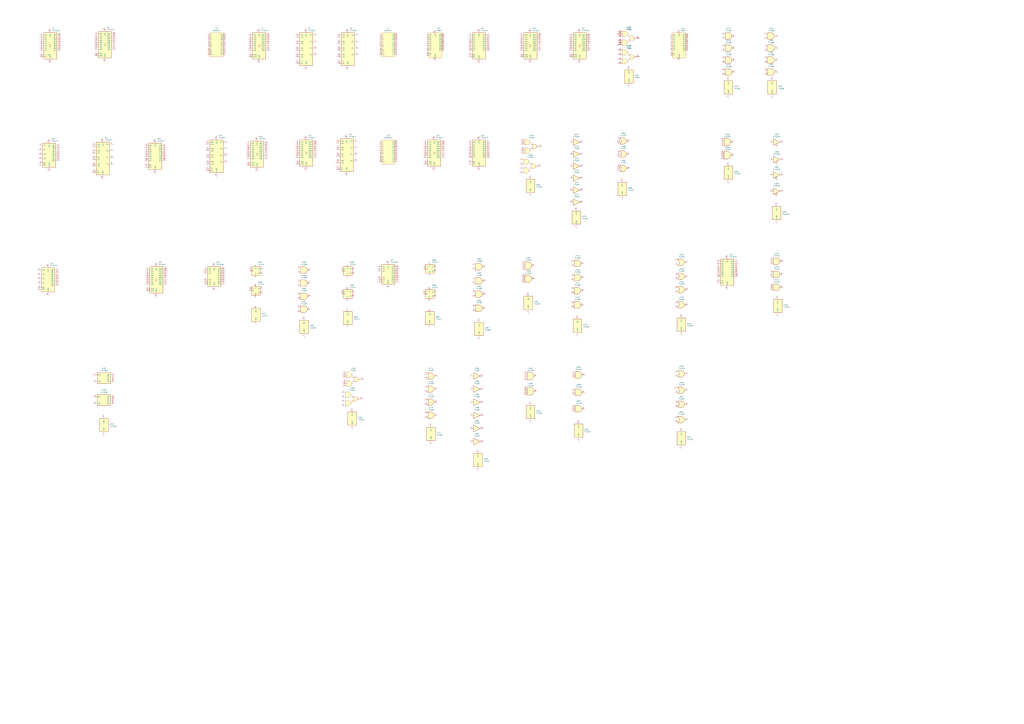
<source format=kicad_sch>
(kicad_sch (version 20230121) (generator eeschema)
  (paper "A0")
  (symbol (lib_id "74xx:74LS00") (at 670.56 306.07 0) (unit 1)
    (property "Reference" "U41" (at 670.5517 297.18 0))
    (property "Value" "74LS00" (at 670.5517 299.72 0))
    (property "Datasheet" "http://www.ti.com/lit/gpn/sn74ls00" (effects hide))
  )
  (symbol (lib_id "74xx:74LS00") (at 353.06 328.93 0) (unit 2)
    (property "Reference" "U35" (at 353.0517 320.04 0))
    (property "Value" "74LS00" (at 353.0517 322.58 0))
    (property "Datasheet" "http://www.ti.com/lit/gpn/sn74ls00" (effects hide))
  )
  (symbol (lib_id "74xx:74LS125") (at 901.7 185.42 0) (unit 2)
    (property "Reference" "U30" (at 901.7 176.53 0))
    (property "Value" "74LS125" (at 901.7 179.07 0))
    (property "Datasheet" "http://www.ti.com/lit/gpn/sn74LS125" (effects hide))
  )
  (symbol (lib_id "custom:8287") (at 505.46 52.07 0) (unit 1)
    (property "Reference" "U8" (at 507.6541 33.02 0) (effects (justify left)))
    (property "Value" "8287" (at 507.6541 35.56 0) (effects (justify left)))
    (property "Manufacturer" "Intel" (effects hide))
  )
  (symbol (lib_id "74xx:74LS00") (at 845.82 41.91 0) (unit 1)
    (property "Reference" "U14" (at 845.8117 33.02 0))
    (property "Value" "74LS00" (at 845.8117 35.56 0))
    (property "Datasheet" "http://www.ti.com/lit/gpn/sn74ls00" (effects hide))
  )
  (symbol (lib_id "74xx:74LS244") (at 504.19 177.8 0) (unit 1)
    (property "Reference" "U24" (at 506.3841 157.48 0) (effects (justify left)))
    (property "Value" "74LS244" (at 506.3841 160.02 0) (effects (justify left)))
    (property "Datasheet" "http://www.ti.com/lit/ds/symlink/sn74ls244.pdf" (effects hide))
  )
  (symbol (lib_id "74xx:74LS00") (at 670.56 322.58 0) (unit 2)
    (property "Reference" "U41" (at 670.5517 313.69 0))
    (property "Value" "74LS00" (at 670.5517 316.23 0))
    (property "Datasheet" "http://www.ti.com/lit/gpn/sn74ls00" (effects hide))
  )
  (symbol (lib_id "74xx:74LS393") (at 120.65 438.15 0) (unit 1)
    (property "Reference" "U45" (at 120.65 427.99 0))
    (property "Value" "74LS393" (at 120.65 430.53 0))
    (property "Datasheet" "74xx\\74LS393.pdf" (effects hide))
  )
  (symbol (lib_id "74xx:74LS51") (at 410.21 440.69 0) (unit 1)
    (property "Reference" "U46" (at 410.21 427.99 0))
    (property "Value" "74LS51" (at 410.21 430.53 0))
    (property "Datasheet" "http://www.ti.com/lit/ds/symlink/sn74ls51.pdf" (effects hide))
  )
  (symbol (lib_id "custom:74S51") (at 730.25 44.45 0) (unit 1)
    (property "Reference" "U12" (at 730.25 31.75 0))
    (property "Value" "74S51" (at 730.25 34.29 0))
    (property "Datasheet" "http://www.ti.com/lit/ds/symlink/sn74ls51.pdf" (effects hide))
  )
  (symbol (lib_id "74xx:74LS32") (at 791.21 453.39 0) (unit 2)
    (property "Reference" "U51" (at 791.21 444.5 0))
    (property "Value" "74LS32" (at 791.21 447.04 0))
    (property "Datasheet" "http://www.ti.com/lit/gpn/sn74LS32" (effects hide))
  )
  (symbol (lib_id "74xx:74LS138") (at 248.92 320.04 0) (unit 1)
    (property "Reference" "U33" (at 251.1141 304.8 0) (effects (justify left)))
    (property "Value" "74LS138" (at 251.1141 307.34 0) (effects (justify left)))
    (property "Datasheet" "http://www.ti.com/lit/gpn/sn74LS138" (effects hide))
  )
  (symbol (lib_id "74xx:74LS373") (at 844.55 316.23 0) (unit 1)
    (property "Reference" "U43" (at 846.7441 295.91 0) (effects (justify left)))
    (property "Value" "74LS373" (at 846.7441 298.45 0) (effects (justify left)))
    (property "Datasheet" "http://www.ti.com/lit/gpn/sn74LS373" (effects hide))
  )
  (symbol (lib_id "74xx:74LS04") (at 553.72 497.84 0) (unit 5)
    (property "Reference" "U48" (at 553.72 488.95 0))
    (property "Value" "74LS04" (at 553.72 491.49 0))
    (property "Datasheet" "http://www.ti.com/lit/gpn/sn74LS04" (effects hide))
  )
  (symbol (lib_id "74xx:74LS245") (at 58.42 53.34 0) (unit 1)
    (property "Reference" "U1" (at 60.6141 33.02 0) (effects (justify left)))
    (property "Value" "74LS245" (at 60.6141 35.56 0) (effects (justify left)))
    (property "Datasheet" "http://www.ti.com/lit/gpn/sn74LS245" (effects hide))
  )
  (symbol (lib_id "74xx:74LS20") (at 615.95 436.88 0) (unit 1)
    (property "Reference" "U49" (at 615.9403 427.99 0))
    (property "Value" "74LS20" (at 615.9403 430.53 0))
    (property "Datasheet" "http://www.ti.com/lit/gpn/sn74LS20" (effects hide))
  )
  (symbol (lib_id "74xx:74LS374") (at 556.26 53.34 0) (unit 1)
    (property "Reference" "U9" (at 558.4541 33.02 0) (effects (justify left)))
    (property "Value" "74LS374" (at 558.4541 35.56 0) (effects (justify left)))
    (property "Datasheet" "http://www.ti.com/lit/gpn/sn74LS374" (effects hide))
  )
  (symbol (lib_id "74xx:74LS20") (at 615.95 478.79 0) (unit 3)
    (property "Reference" "U49" (at 622.3 477.52 0) (effects (justify left)))
    (property "Value" "74LS20" (at 622.3 480.06 0) (effects (justify left)))
    (property "Datasheet" "http://www.ti.com/lit/gpn/sn74LS20" (effects hide))
  )
  (symbol (lib_id "74xx:74LS00") (at 845.82 83.82 0) (unit 4)
    (property "Reference" "U14" (at 845.8117 74.93 0))
    (property "Value" "74LS00" (at 845.8117 77.47 0))
    (property "Datasheet" "http://www.ti.com/lit/gpn/sn74ls00" (effects hide))
  )
  (symbol (lib_id "74xx:74LS08") (at 895.35 55.88 0) (unit 2)
    (property "Reference" "U15" (at 895.3417 46.99 0))
    (property "Value" "74LS08" (at 895.3417 49.53 0))
    (property "Datasheet" "http://www.ti.com/lit/gpn/sn74LS08" (effects hide))
  )
  (symbol (lib_id "74xx:74LS244") (at 300.99 53.34 0) (unit 1)
    (property "Reference" "U4" (at 303.1841 33.02 0) (effects (justify left)))
    (property "Value" "74LS244" (at 303.1841 35.56 0) (effects (justify left)))
    (property "Datasheet" "http://www.ti.com/lit/ds/symlink/sn74ls244.pdf" (effects hide))
  )
  (symbol (lib_id "74xx:74LS00") (at 845.82 69.85 0) (unit 3)
    (property "Reference" "U14" (at 845.8117 60.96 0))
    (property "Value" "74LS00" (at 845.8117 63.5 0))
    (property "Datasheet" "http://www.ti.com/lit/gpn/sn74ls00" (effects hide))
  )
  (symbol (lib_id "custom:8222511") (at 450.85 52.07 0) (unit 1)
    (property "Reference" "U7" (at 450.85 33.02 0))
    (property "Value" "8222511" (at 450.85 35.56 0))
  )
  (symbol (lib_id "74xx:74LS257") (at 251.46 180.34 0) (unit 1)
    (property "Reference" "U19" (at 253.6541 157.48 0) (effects (justify left)))
    (property "Value" "74LS257" (at 253.6541 160.02 0) (effects (justify left)))
    (property "Datasheet" "http://www.ti.com/lit/gpn/sn74LS257" (effects hide))
  )
  (symbol (lib_id "74xx:74LS175") (at 57.15 179.07 0) (unit 1)
    (property "Reference" "U16" (at 59.3441 161.29 0) (effects (justify left)))
    (property "Value" "74LS175" (at 59.3441 163.83 0) (effects (justify left)))
    (property "Datasheet" "http://www.ti.com/lit/gpn/sn74LS175" (effects hide))
  )
  (symbol (lib_id "74xx:74LS240") (at 673.1 53.34 0) (unit 1)
    (property "Reference" "U11" (at 675.2941 33.02 0) (effects (justify left)))
    (property "Value" "74LS240" (at 675.2941 35.56 0) (effects (justify left)))
    (property "Datasheet" "http://www.ti.com/lit/ds/symlink/sn74ls240.pdf" (effects hide))
  )
  (symbol (lib_id "74xx:74LS08") (at 895.35 69.85 0) (unit 3)
    (property "Reference" "U15" (at 895.3417 60.96 0))
    (property "Value" "74LS08" (at 895.3417 63.5 0))
    (property "Datasheet" "http://www.ti.com/lit/gpn/sn74LS08" (effects hide))
  )
  (symbol (lib_id "74xx:74LS02") (at 791.21 377.19 0) (unit 5)
    (property "Reference" "U42" (at 797.56 375.92 0) (effects (justify left)))
    (property "Value" "74LS02" (at 797.56 378.46 0) (effects (justify left)))
    (property "Datasheet" "http://www.ti.com/lit/gpn/sn74ls02" (effects hide))
  )
  (symbol (lib_id "74xx:74LS00") (at 556.26 358.14 0) (unit 4)
    (property "Reference" "U39" (at 556.2517 349.25 0))
    (property "Value" "74LS00" (at 556.2517 351.79 0))
    (property "Datasheet" "http://www.ti.com/lit/gpn/sn74ls00" (effects hide))
  )
  (symbol (lib_id "74xx:74LS138") (at 450.85 317.5 0) (unit 1)
    (property "Reference" "U37" (at 453.0441 302.26 0) (effects (justify left)))
    (property "Value" "74LS138" (at 453.0441 304.8 0) (effects (justify left)))
    (property "Datasheet" "http://www.ti.com/lit/gpn/sn74LS138" (effects hide))
  )
  (symbol (lib_id "74xx:74LS125") (at 901.7 247.65 0) (unit 5)
    (property "Reference" "U30" (at 908.05 246.38 0) (effects (justify left)))
    (property "Value" "74LS125" (at 908.05 248.92 0) (effects (justify left)))
    (property "Datasheet" "http://www.ti.com/lit/gpn/sn74LS125" (effects hide))
  )
  (symbol (lib_id "74xx:74LS04") (at 553.72 513.08 0) (unit 6)
    (property "Reference" "U48" (at 553.72 504.19 0))
    (property "Value" "74LS04" (at 553.72 506.73 0))
    (property "Datasheet" "http://www.ti.com/lit/gpn/sn74LS04" (effects hide))
  )
  (symbol (lib_id "74xx:74LS393") (at 120.65 494.03 0) (unit 3)
    (property "Reference" "U45" (at 127 492.76 0) (effects (justify left)))
    (property "Value" "74LS393" (at 127 495.3 0) (effects (justify left)))
    (property "Datasheet" "74xx\\74LS393.pdf" (effects hide))
  )
  (symbol (lib_id "74xx:74LS20") (at 613.41 323.85 0) (unit 2)
    (property "Reference" "U40" (at 613.4003 314.96 0))
    (property "Value" "74LS20" (at 613.4003 317.5 0))
    (property "Datasheet" "http://www.ti.com/lit/gpn/sn74LS20" (effects hide))
  )
  (symbol (lib_id "74xx:74LS257") (at 402.59 179.07 0) (unit 1)
    (property "Reference" "U22" (at 404.7841 156.21 0) (effects (justify left)))
    (property "Value" "74LS257" (at 404.7841 158.75 0) (effects (justify left)))
    (property "Datasheet" "http://www.ti.com/lit/gpn/sn74LS257" (effects hide))
  )
  (symbol (lib_id "74xx:74LS32") (at 500.38 452.12 0) (unit 2)
    (property "Reference" "U47" (at 500.38 443.23 0))
    (property "Value" "74LS32" (at 500.38 445.77 0))
    (property "Datasheet" "http://www.ti.com/lit/gpn/sn74LS32" (effects hide))
  )
  (symbol (lib_id "74xx:74LS02") (at 791.21 354.33 0) (unit 4)
    (property "Reference" "U42" (at 791.21 345.44 0))
    (property "Value" "74LS02" (at 791.21 347.98 0))
    (property "Datasheet" "http://www.ti.com/lit/gpn/sn74ls02" (effects hide))
  )
  (symbol (lib_id "74xx:74LS04") (at 553.72 467.36 0) (unit 3)
    (property "Reference" "U48" (at 553.72 458.47 0))
    (property "Value" "74LS04" (at 553.72 461.01 0))
    (property "Datasheet" "http://www.ti.com/lit/gpn/sn74LS04" (effects hide))
  )
  (symbol (lib_id "74xx:74LS00") (at 556.26 309.88 0) (unit 1)
    (property "Reference" "U39" (at 556.2517 300.99 0))
    (property "Value" "74LS00" (at 556.2517 303.53 0))
    (property "Datasheet" "http://www.ti.com/lit/gpn/sn74ls00" (effects hide))
  )
  (symbol (lib_id "74xx:74LS04") (at 669.29 220.98 0) (unit 5)
    (property "Reference" "U27" (at 669.29 212.09 0))
    (property "Value" "74LS04" (at 669.29 214.63 0))
    (property "Datasheet" "http://www.ti.com/lit/gpn/sn74LS04" (effects hide))
  )
  (symbol (lib_id "74xx:74LS244") (at 121.92 52.07 0) (unit 1)
    (property "Reference" "U2" (at 124.1141 31.75 0) (effects (justify left)))
    (property "Value" "74LS244" (at 124.1141 34.29 0) (effects (justify left)))
    (property "Datasheet" "http://www.ti.com/lit/ds/symlink/sn74ls244.pdf" (effects hide))
  )
  (symbol (lib_id "74xx:74LS51") (at 615.95 193.04 0) (unit 2)
    (property "Reference" "U26" (at 615.95 180.34 0))
    (property "Value" "74LS51" (at 615.95 182.88 0))
    (property "Datasheet" "http://www.ti.com/lit/ds/symlink/sn74ls51.pdf" (effects hide))
  )
  (symbol (lib_id "74xx:74LS273") (at 556.26 177.8 0) (unit 1)
    (property "Reference" "U25" (at 558.4541 157.48 0) (effects (justify left)))
    (property "Value" "74LS273" (at 558.4541 160.02 0) (effects (justify left)))
    (property "Datasheet" "http://www.ti.com/lit/gpn/sn74LS273" (effects hide))
  )
  (symbol (lib_id "74xx:74LS74") (at 499.11 369.57 0) (unit 3)
    (property "Reference" "U38" (at 505.46 368.3 0) (effects (justify left)))
    (property "Value" "74LS74" (at 505.46 370.84 0) (effects (justify left)))
    (property "Datasheet" "74xx/74hc_hct74.pdf" (effects hide))
  )
  (symbol (lib_id "74xx:74LS04") (at 553.72 436.88 0) (unit 1)
    (property "Reference" "U48" (at 553.72 427.99 0))
    (property "Value" "74LS04" (at 553.72 430.53 0))
    (property "Datasheet" "http://www.ti.com/lit/gpn/sn74LS04" (effects hide))
  )
  (symbol (lib_id "74xx:74LS02") (at 791.21 321.31 0) (unit 2)
    (property "Reference" "U42" (at 791.21 312.42 0))
    (property "Value" "74LS02" (at 791.21 314.96 0))
    (property "Datasheet" "http://www.ti.com/lit/gpn/sn74ls02" (effects hide))
  )
  (symbol (lib_id "74xx:74LS04") (at 669.29 179.07 0) (unit 2)
    (property "Reference" "U27" (at 669.29 170.18 0))
    (property "Value" "74LS04" (at 669.29 172.72 0))
    (property "Datasheet" "http://www.ti.com/lit/gpn/sn74LS04" (effects hide))
  )
  (symbol (lib_id "74xx:74LS08") (at 895.35 41.91 0) (unit 1)
    (property "Reference" "U15" (at 895.3417 33.02 0))
    (property "Value" "74LS08" (at 895.3417 35.56 0))
    (property "Datasheet" "http://www.ti.com/lit/gpn/sn74LS08" (effects hide))
  )
  (symbol (lib_id "74xx:74LS74") (at 297.18 365.76 0) (unit 3)
    (property "Reference" "U34" (at 303.53 364.49 0) (effects (justify left)))
    (property "Value" "74LS74" (at 303.53 367.03 0) (effects (justify left)))
    (property "Datasheet" "74xx/74hc_hct74.pdf" (effects hide))
  )
  (symbol (lib_id "74xx:74LS51") (at 408.94 486.41 0) (unit 3)
    (property "Reference" "U46" (at 415.29 485.14 0) (effects (justify left)))
    (property "Value" "74LS51" (at 415.29 487.68 0) (effects (justify left)))
    (property "Datasheet" "http://www.ti.com/lit/ds/symlink/sn74ls51.pdf" (effects hide))
  )
  (symbol (lib_id "custom:74S51") (at 730.25 66.04 0) (unit 2)
    (property "Reference" "U12" (at 730.25 53.34 0))
    (property "Value" "74S51" (at 730.25 55.88 0))
    (property "Datasheet" "http://www.ti.com/lit/ds/symlink/sn74ls51.pdf" (effects hide))
  )
  (symbol (lib_id "74xx:74LS74") (at 403.86 369.57 0) (unit 3)
    (property "Reference" "U36" (at 410.21 368.3 0) (effects (justify left)))
    (property "Value" "74LS74" (at 410.21 370.84 0) (effects (justify left)))
    (property "Datasheet" "74xx/74hc_hct74.pdf" (effects hide))
  )
  (symbol (lib_id "74xx:74LS04") (at 553.72 482.6 0) (unit 4)
    (property "Reference" "U48" (at 553.72 473.71 0))
    (property "Value" "74LS04" (at 553.72 476.25 0))
    (property "Datasheet" "http://www.ti.com/lit/gpn/sn74LS04" (effects hide))
  )
  (symbol (lib_id "74xx:74LS00") (at 353.06 379.73 0) (unit 5)
    (property "Reference" "U35" (at 359.41 378.46 0) (effects (justify left)))
    (property "Value" "74LS00" (at 359.41 381 0) (effects (justify left)))
    (property "Datasheet" "http://www.ti.com/lit/gpn/sn74ls00" (effects hide))
  )
  (symbol (lib_id "74xx:74LS32") (at 791.21 469.9 0) (unit 3)
    (property "Reference" "U51" (at 791.21 461.01 0))
    (property "Value" "74LS32" (at 791.21 463.55 0))
    (property "Datasheet" "http://www.ti.com/lit/gpn/sn74LS32" (effects hide))
  )
  (symbol (lib_id "74xx:74LS10") (at 901.7 318.77 0) (unit 2)
    (property "Reference" "U44" (at 901.6917 309.88 0))
    (property "Value" "74LS10" (at 901.6917 312.42 0))
    (property "Datasheet" "http://www.ti.com/lit/gpn/sn74LS10" (effects hide))
  )
  (symbol (lib_id "74xx:74LS257") (at 119.38 182.88 0) (unit 1)
    (property "Reference" "U17" (at 121.5741 160.02 0) (effects (justify left)))
    (property "Value" "74LS257" (at 121.5741 162.56 0) (effects (justify left)))
    (property "Datasheet" "http://www.ti.com/lit/gpn/sn74LS257" (effects hide))
  )
  (symbol (lib_id "74xx:74LS74") (at 499.11 312.42 0) (unit 1)
    (property "Reference" "U38" (at 501.3041 302.26 0) (effects (justify left)))
    (property "Value" "74LS74" (at 501.3041 304.8 0) (effects (justify left)))
    (property "Datasheet" "74xx/74hc_hct74.pdf" (effects hide))
  )
  (symbol (lib_id "74xx:74LS10") (at 671.83 435.61 0) (unit 1)
    (property "Reference" "U50" (at 671.8217 426.72 0))
    (property "Value" "74LS10" (at 671.8217 429.26 0))
    (property "Datasheet" "http://www.ti.com/lit/gpn/sn74LS10" (effects hide))
  )
  (symbol (lib_id "custom:74S51") (at 730.25 88.9 0) (unit 3)
    (property "Reference" "U12" (at 736.6 87.63 0) (effects (justify left)))
    (property "Value" "74S51" (at 736.6 90.17 0) (effects (justify left)))
    (property "Datasheet" "http://www.ti.com/lit/ds/symlink/sn74ls51.pdf" (effects hide))
  )
  (symbol (lib_id "74xx:74LS32") (at 791.21 509.27 0) (unit 5)
    (property "Reference" "U51" (at 797.56 508 0) (effects (justify left)))
    (property "Value" "74LS32" (at 797.56 510.54 0) (effects (justify left)))
    (property "Datasheet" "http://www.ti.com/lit/gpn/sn74LS32" (effects hide))
  )
  (symbol (lib_id "74xx:74LS04") (at 553.72 452.12 0) (unit 2)
    (property "Reference" "U48" (at 553.72 443.23 0))
    (property "Value" "74LS04" (at 553.72 445.77 0))
    (property "Datasheet" "http://www.ti.com/lit/gpn/sn74LS04" (effects hide))
  )
  (symbol (lib_id "74xx:74LS00") (at 556.26 326.39 0) (unit 2)
    (property "Reference" "U39" (at 556.2517 317.5 0))
    (property "Value" "74LS00" (at 556.2517 320.04 0))
    (property "Datasheet" "http://www.ti.com/lit/gpn/sn74ls00" (effects hide))
  )
  (symbol (lib_id "74xx:74LS32") (at 500.38 504.19 0) (unit 5)
    (property "Reference" "U47" (at 506.73 502.92 0) (effects (justify left)))
    (property "Value" "74LS32" (at 506.73 505.46 0) (effects (justify left)))
    (property "Datasheet" "http://www.ti.com/lit/gpn/sn74LS32" (effects hide))
  )
  (symbol (lib_id "74xx:74LS04") (at 669.29 234.95 0) (unit 6)
    (property "Reference" "U27" (at 669.29 226.06 0))
    (property "Value" "74LS04" (at 669.29 228.6 0))
    (property "Datasheet" "http://www.ti.com/lit/gpn/sn74LS04" (effects hide))
  )
  (symbol (lib_id "74xx:74LS257") (at 355.6 55.88 0) (unit 1)
    (property "Reference" "U5" (at 357.7941 33.02 0) (effects (justify left)))
    (property "Value" "74LS257" (at 357.7941 35.56 0) (effects (justify left)))
    (property "Datasheet" "http://www.ti.com/lit/gpn/sn74LS257" (effects hide))
  )
  (symbol (lib_id "74xx:74LS00") (at 353.06 313.69 0) (unit 1)
    (property "Reference" "U35" (at 353.0517 304.8 0))
    (property "Value" "74LS00" (at 353.0517 307.34 0))
    (property "Datasheet" "http://www.ti.com/lit/gpn/sn74ls00" (effects hide))
  )
  (symbol (lib_id "74xx:74LS00") (at 845.82 55.88 0) (unit 2)
    (property "Reference" "U14" (at 845.8117 46.99 0))
    (property "Value" "74LS00" (at 845.8117 49.53 0))
    (property "Datasheet" "http://www.ti.com/lit/gpn/sn74ls00" (effects hide))
  )
  (symbol (lib_id "74xx:74LS51") (at 615.95 215.9 0) (unit 3)
    (property "Reference" "U26" (at 622.3 214.63 0) (effects (justify left)))
    (property "Value" "74LS51" (at 622.3 217.17 0) (effects (justify left)))
    (property "Datasheet" "http://www.ti.com/lit/ds/symlink/sn74ls51.pdf" (effects hide))
  )
  (symbol (lib_id "74xx:74LS10") (at 902.97 355.6 0) (unit 4)
    (property "Reference" "U44" (at 909.32 354.33 0) (effects (justify left)))
    (property "Value" "74LS10" (at 909.32 356.87 0) (effects (justify left)))
    (property "Datasheet" "http://www.ti.com/lit/gpn/sn74LS10" (effects hide))
  )
  (symbol (lib_id "74xx:74LS20") (at 613.41 351.79 0) (unit 3)
    (property "Reference" "U40" (at 619.76 350.52 0) (effects (justify left)))
    (property "Value" "74LS20" (at 619.76 353.06 0) (effects (justify left)))
    (property "Datasheet" "http://www.ti.com/lit/gpn/sn74LS20" (effects hide))
  )
  (symbol (lib_id "74xx:74LS04") (at 669.29 207.01 0) (unit 4)
    (property "Reference" "U27" (at 669.29 198.12 0))
    (property "Value" "74LS04" (at 669.29 200.66 0))
    (property "Datasheet" "http://www.ti.com/lit/gpn/sn74LS04" (effects hide))
  )
  (symbol (lib_id "74xx:74LS32") (at 791.21 434.34 0) (unit 1)
    (property "Reference" "U51" (at 791.21 425.45 0))
    (property "Value" "74LS32" (at 791.21 427.99 0))
    (property "Datasheet" "http://www.ti.com/lit/gpn/sn74LS32" (effects hide))
  )
  (symbol (lib_id "74xx:74LS08") (at 895.35 83.82 0) (unit 4)
    (property "Reference" "U15" (at 895.3417 74.93 0))
    (property "Value" "74LS08" (at 895.3417 77.47 0))
    (property "Datasheet" "http://www.ti.com/lit/gpn/sn74LS08" (effects hide))
  )
  (symbol (lib_id "74xx:74LS04") (at 669.29 193.04 0) (unit 3)
    (property "Reference" "U27" (at 669.29 184.15 0))
    (property "Value" "74LS04" (at 669.29 186.69 0))
    (property "Datasheet" "http://www.ti.com/lit/gpn/sn74LS04" (effects hide))
  )
  (symbol (lib_id "74xx:74LS32") (at 500.38 482.6 0) (unit 4)
    (property "Reference" "U47" (at 500.38 473.71 0))
    (property "Value" "74LS32" (at 500.38 476.25 0))
    (property "Datasheet" "http://www.ti.com/lit/gpn/sn74LS32" (effects hide))
  )
  (symbol (lib_id "74xx:74LS00") (at 556.26 341.63 0) (unit 3)
    (property "Reference" "U39" (at 556.2517 332.74 0))
    (property "Value" "74LS00" (at 556.2517 335.28 0))
    (property "Datasheet" "http://www.ti.com/lit/gpn/sn74ls00" (effects hide))
  )
  (symbol (lib_id "74xx:74LS51") (at 617.22 170.18 0) (unit 1)
    (property "Reference" "U26" (at 617.22 157.48 0))
    (property "Value" "74LS51" (at 617.22 160.02 0))
    (property "Datasheet" "http://www.ti.com/lit/ds/symlink/sn74ls51.pdf" (effects hide))
  )
  (symbol (lib_id "74xx:74LS74") (at 499.11 341.63 0) (unit 2)
    (property "Reference" "U38" (at 501.3041 331.47 0) (effects (justify left)))
    (property "Value" "74LS74" (at 501.3041 334.01 0) (effects (justify left)))
    (property "Datasheet" "74xx/74hc_hct74.pdf" (effects hide))
  )
  (symbol (lib_id "74xx:74LS10") (at 671.83 455.93 0) (unit 2)
    (property "Reference" "U50" (at 671.8217 447.04 0))
    (property "Value" "74LS10" (at 671.8217 449.58 0))
    (property "Datasheet" "http://www.ti.com/lit/gpn/sn74LS10" (effects hide))
  )
  (symbol (lib_id "74xx:74LS00") (at 845.82 101.6 0) (unit 5)
    (property "Reference" "U14" (at 852.17 100.33 0) (effects (justify left)))
    (property "Value" "74LS00" (at 852.17 102.87 0) (effects (justify left)))
    (property "Datasheet" "http://www.ti.com/lit/gpn/sn74ls00" (effects hide))
  )
  (symbol (lib_id "74xx:74LS00") (at 353.06 344.17 0) (unit 3)
    (property "Reference" "U35" (at 353.0517 335.28 0))
    (property "Value" "74LS00" (at 353.0517 337.82 0))
    (property "Datasheet" "http://www.ti.com/lit/gpn/sn74ls00" (effects hide))
  )
  (symbol (lib_id "74xx:74LS10") (at 671.83 474.98 0) (unit 3)
    (property "Reference" "U50" (at 671.8217 466.09 0))
    (property "Value" "74LS10" (at 671.8217 468.63 0))
    (property "Datasheet" "http://www.ti.com/lit/gpn/sn74LS10" (effects hide))
  )
  (symbol (lib_id "74xx:74LS32") (at 791.21 487.68 0) (unit 4)
    (property "Reference" "U51" (at 791.21 478.79 0))
    (property "Value" "74LS32" (at 791.21 481.33 0))
    (property "Datasheet" "http://www.ti.com/lit/gpn/sn74LS32" (effects hide))
  )
  (symbol (lib_id "74xx:74LS244") (at 355.6 177.8 0) (unit 1)
    (property "Reference" "U21" (at 357.7941 157.48 0) (effects (justify left)))
    (property "Value" "74LS244" (at 357.7941 160.02 0) (effects (justify left)))
    (property "Datasheet" "http://www.ti.com/lit/ds/symlink/sn74ls244.pdf" (effects hide))
  )
  (symbol (lib_id "74xx:74LS74") (at 297.18 337.82 0) (unit 2)
    (property "Reference" "U34" (at 299.3741 327.66 0) (effects (justify left)))
    (property "Value" "74LS74" (at 299.3741 330.2 0) (effects (justify left)))
    (property "Datasheet" "74xx/74hc_hct74.pdf" (effects hide))
  )
  (symbol (lib_id "74xx:74LS00") (at 670.56 354.33 0) (unit 4)
    (property "Reference" "U41" (at 670.5517 345.44 0))
    (property "Value" "74LS00" (at 670.5517 347.98 0))
    (property "Datasheet" "http://www.ti.com/lit/gpn/sn74ls00" (effects hide))
  )
  (symbol (lib_id "74xx:74LS20") (at 844.55 180.34 0) (unit 2)
    (property "Reference" "U29" (at 844.5403 171.45 0))
    (property "Value" "74LS20" (at 844.5403 173.99 0))
    (property "Datasheet" "http://www.ti.com/lit/gpn/sn74LS20" (effects hide))
  )
  (symbol (lib_id "74xx:74LS74") (at 297.18 314.96 0) (unit 1)
    (property "Reference" "U34" (at 299.3741 304.8 0) (effects (justify left)))
    (property "Value" "74LS74" (at 299.3741 307.34 0) (effects (justify left)))
    (property "Datasheet" "74xx/74hc_hct74.pdf" (effects hide))
  )
  (symbol (lib_id "74xx:74LS10") (at 671.83 500.38 0) (unit 4)
    (property "Reference" "U50" (at 678.18 499.11 0) (effects (justify left)))
    (property "Value" "74LS10" (at 678.18 501.65 0) (effects (justify left)))
    (property "Datasheet" "http://www.ti.com/lit/gpn/sn74LS10" (effects hide))
  )
  (symbol (lib_id "74xx:74LS00") (at 353.06 359.41 0) (unit 4)
    (property "Reference" "U35" (at 353.0517 350.52 0))
    (property "Value" "74LS00" (at 353.0517 353.06 0))
    (property "Datasheet" "http://www.ti.com/lit/gpn/sn74ls00" (effects hide))
  )
  (symbol (lib_id "74xx:74LS00") (at 670.56 337.82 0) (unit 3)
    (property "Reference" "U41" (at 670.5517 328.93 0))
    (property "Value" "74LS00" (at 670.5517 331.47 0))
    (property "Datasheet" "http://www.ti.com/lit/gpn/sn74ls00" (effects hide))
  )
  (symbol (lib_id "74xx:74LS20") (at 844.55 165.1 0) (unit 1)
    (property "Reference" "U29" (at 844.5403 156.21 0))
    (property "Value" "74LS20" (at 844.5403 158.75 0))
    (property "Datasheet" "http://www.ti.com/lit/gpn/sn74LS20" (effects hide))
  )
  (symbol (lib_id "74xx:74LS32") (at 500.38 467.36 0) (unit 3)
    (property "Reference" "U47" (at 500.38 458.47 0))
    (property "Value" "74LS32" (at 500.38 461.01 0))
    (property "Datasheet" "http://www.ti.com/lit/gpn/sn74LS32" (effects hide))
  )
  (symbol (lib_id "74xx:74LS10") (at 901.7 334.01 0) (unit 3)
    (property "Reference" "U44" (at 901.6917 325.12 0))
    (property "Value" "74LS10" (at 901.6917 327.66 0))
    (property "Datasheet" "http://www.ti.com/lit/gpn/sn74LS10" (effects hide))
  )
  (symbol (lib_id "74xx:74LS393") (at 120.65 463.55 0) (unit 2)
    (property "Reference" "U45" (at 120.65 453.39 0))
    (property "Value" "74LS393" (at 120.65 455.93 0))
    (property "Datasheet" "74xx\\74LS393.pdf" (effects hide))
  )
  (symbol (lib_id "74xx:74LS51") (at 408.94 463.55 0) (unit 2)
    (property "Reference" "U46" (at 408.94 450.85 0))
    (property "Value" "74LS51" (at 408.94 453.39 0))
    (property "Datasheet" "http://www.ti.com/lit/ds/symlink/sn74ls51.pdf" (effects hide))
  )
  (symbol (lib_id "74xx:74LS04") (at 669.29 165.1 0) (unit 1)
    (property "Reference" "U27" (at 669.29 156.21 0))
    (property "Value" "74LS04" (at 669.29 158.75 0))
    (property "Datasheet" "http://www.ti.com/lit/gpn/sn74LS04" (effects hide))
  )
  (symbol (lib_id "74xx:74LS32") (at 500.38 436.88 0) (unit 1)
    (property "Reference" "U47" (at 500.38 427.99 0))
    (property "Value" "74LS32" (at 500.38 430.53 0))
    (property "Datasheet" "http://www.ti.com/lit/gpn/sn74LS32" (effects hide))
  )
  (symbol (lib_id "custom:8222512") (at 251.46 52.07 0) (unit 1)
    (property "Reference" "U3" (at 251.46 33.02 0))
    (property "Value" "8222512" (at 251.46 35.56 0))
  )
  (symbol (lib_id "74xx:74LS10") (at 901.7 303.53 0) (unit 1)
    (property "Reference" "U44" (at 901.6917 294.64 0))
    (property "Value" "74LS10" (at 901.6917 297.18 0))
    (property "Datasheet" "http://www.ti.com/lit/gpn/sn74LS10" (effects hide))
  )
  (symbol (lib_id "74xx:74LS244") (at 298.45 179.07 0) (unit 1)
    (property "Reference" "U20" (at 300.6441 158.75 0) (effects (justify left)))
    (property "Value" "74LS244" (at 300.6441 161.29 0) (effects (justify left)))
    (property "Datasheet" "http://www.ti.com/lit/ds/symlink/sn74ls244.pdf" (effects hide))
  )
  (symbol (lib_id "custom:8287") (at 788.67 52.07 0) (unit 1)
    (property "Reference" "U13" (at 790.8641 33.02 0) (effects (justify left)))
    (property "Value" "8287" (at 790.8641 35.56 0) (effects (justify left)))
    (property "Manufacturer" "Intel" (effects hide))
  )
  (symbol (lib_id "74xx:74LS02") (at 791.21 336.55 0) (unit 3)
    (property "Reference" "U42" (at 791.21 327.66 0))
    (property "Value" "74LS02" (at 791.21 330.2 0))
    (property "Datasheet" "http://www.ti.com/lit/gpn/sn74ls02" (effects hide))
  )
  (symbol (lib_id "74xx:74LS27") (at 723.9 195.58 0) (unit 3)
    (property "Reference" "U28" (at 723.9 186.69 0))
    (property "Value" "74LS27" (at 723.9 189.23 0))
    (property "Datasheet" "http://www.ti.com/lit/gpn/sn74LS27" (effects hide))
  )
  (symbol (lib_id "74xx:74LS08") (at 896.62 101.6 0) (unit 5)
    (property "Reference" "U15" (at 902.97 100.33 0) (effects (justify left)))
    (property "Value" "74LS08" (at 902.97 102.87 0) (effects (justify left)))
    (property "Datasheet" "http://www.ti.com/lit/gpn/sn74LS08" (effects hide))
  )
  (symbol (lib_id "74xx:74LS20") (at 615.95 454.66 0) (unit 2)
    (property "Reference" "U49" (at 615.9403 445.77 0))
    (property "Value" "74LS20" (at 615.9403 448.31 0))
    (property "Datasheet" "http://www.ti.com/lit/gpn/sn74LS20" (effects hide))
  )
  (symbol (lib_id "74xx:74LS20") (at 613.41 308.61 0) (unit 1)
    (property "Reference" "U40" (at 613.4003 299.72 0))
    (property "Value" "74LS20" (at 613.4003 302.26 0))
    (property "Datasheet" "http://www.ti.com/lit/gpn/sn74LS20" (effects hide))
  )
  (symbol (lib_id "74xx:74LS74") (at 403.86 314.96 0) (unit 1)
    (property "Reference" "U36" (at 406.0541 304.8 0) (effects (justify left)))
    (property "Value" "74LS74" (at 406.0541 307.34 0) (effects (justify left)))
    (property "Datasheet" "74xx/74hc_hct74.pdf" (effects hide))
  )
  (symbol (lib_id "74xx:74LS04") (at 669.29 252.73 0) (unit 7)
    (property "Reference" "U27" (at 675.64 251.46 0) (effects (justify left)))
    (property "Value" "74LS04" (at 675.64 254 0) (effects (justify left)))
    (property "Datasheet" "http://www.ti.com/lit/gpn/sn74LS04" (effects hide))
  )
  (symbol (lib_id "74xx:74LS374") (at 180.34 181.61 0) (unit 1)
    (property "Reference" "U18" (at 182.5341 161.29 0) (effects (justify left)))
    (property "Value" "74LS374" (at 182.5341 163.83 0) (effects (justify left)))
    (property "Datasheet" "http://www.ti.com/lit/gpn/sn74LS374" (effects hide))
  )
  (symbol (lib_id "74xx:74LS125") (at 901.7 165.1 0) (unit 1)
    (property "Reference" "U30" (at 901.7 156.21 0))
    (property "Value" "74LS125" (at 901.7 158.75 0))
    (property "Datasheet" "http://www.ti.com/lit/gpn/sn74LS125" (effects hide))
  )
  (symbol (lib_id "74xx:74LS125") (at 901.7 203.2 0) (unit 3)
    (property "Reference" "U30" (at 901.7 194.31 0))
    (property "Value" "74LS125" (at 901.7 196.85 0))
    (property "Datasheet" "http://www.ti.com/lit/gpn/sn74LS125" (effects hide))
  )
  (symbol (lib_id "74xx:74LS00") (at 670.56 378.46 0) (unit 5)
    (property "Reference" "U41" (at 676.91 377.19 0) (effects (justify left)))
    (property "Value" "74LS00" (at 676.91 379.73 0) (effects (justify left)))
    (property "Datasheet" "http://www.ti.com/lit/gpn/sn74ls00" (effects hide))
  )
  (symbol (lib_id "74xx:74LS244") (at 181.61 325.12 0) (unit 1)
    (property "Reference" "U32" (at 183.8041 304.8 0) (effects (justify left)))
    (property "Value" "74LS244" (at 183.8041 307.34 0) (effects (justify left)))
    (property "Datasheet" "http://www.ti.com/lit/ds/symlink/sn74ls244.pdf" (effects hide))
  )
  (symbol (lib_id "74xx:74LS257") (at 403.86 55.88 0) (unit 1)
    (property "Reference" "U6" (at 406.0541 33.02 0) (effects (justify left)))
    (property "Value" "74LS257" (at 406.0541 35.56 0) (effects (justify left)))
    (property "Datasheet" "http://www.ti.com/lit/gpn/sn74LS257" (effects hide))
  )
  (symbol (lib_id "custom:8222513") (at 450.85 176.53 0) (unit 1)
    (property "Reference" "U23" (at 450.85 157.48 0))
    (property "Value" "8222513" (at 450.85 160.02 0))
  )
  (symbol (lib_id "74xx:74LS27") (at 723.9 163.83 0) (unit 1)
    (property "Reference" "U28" (at 723.9 154.94 0))
    (property "Value" "74LS27" (at 723.9 157.48 0))
    (property "Datasheet" "http://www.ti.com/lit/gpn/sn74LS27" (effects hide))
  )
  (symbol (lib_id "74xx:74LS02") (at 791.21 304.8 0) (unit 1)
    (property "Reference" "U42" (at 791.21 295.91 0))
    (property "Value" "74LS02" (at 791.21 298.45 0))
    (property "Datasheet" "http://www.ti.com/lit/gpn/sn74ls02" (effects hide))
  )
  (symbol (lib_id "74xx:74LS27") (at 723.9 179.07 0) (unit 2)
    (property "Reference" "U28" (at 723.9 170.18 0))
    (property "Value" "74LS27" (at 723.9 172.72 0))
    (property "Datasheet" "http://www.ti.com/lit/gpn/sn74LS27" (effects hide))
  )
  (symbol (lib_id "74xx:74LS27") (at 722.63 219.71 0) (unit 4)
    (property "Reference" "U28" (at 728.98 218.44 0) (effects (justify left)))
    (property "Value" "74LS27" (at 728.98 220.98 0) (effects (justify left)))
    (property "Datasheet" "http://www.ti.com/lit/gpn/sn74LS27" (effects hide))
  )
  (symbol (lib_id "74xx:74LS20") (at 845.82 200.66 0) (unit 3)
    (property "Reference" "U29" (at 852.17 199.39 0) (effects (justify left)))
    (property "Value" "74LS20" (at 852.17 201.93 0) (effects (justify left)))
    (property "Datasheet" "http://www.ti.com/lit/gpn/sn74LS20" (effects hide))
  )
  (symbol (lib_id "74xx:74LS175") (at 55.88 323.85 0) (unit 1)
    (property "Reference" "U31" (at 58.0741 306.07 0) (effects (justify left)))
    (property "Value" "74LS175" (at 58.0741 308.61 0) (effects (justify left)))
    (property "Datasheet" "http://www.ti.com/lit/gpn/sn74LS175" (effects hide))
  )
  (symbol (lib_id "74xx:74LS74") (at 403.86 341.63 0) (unit 2)
    (property "Reference" "U36" (at 406.0541 331.47 0) (effects (justify left)))
    (property "Value" "74LS74" (at 406.0541 334.01 0) (effects (justify left)))
    (property "Datasheet" "74xx/74hc_hct74.pdf" (effects hide))
  )
  (symbol (lib_id "74xx:74LS244") (at 615.95 53.34 0) (unit 1)
    (property "Reference" "U10" (at 618.1441 33.02 0) (effects (justify left)))
    (property "Value" "74LS244" (at 618.1441 35.56 0) (effects (justify left)))
    (property "Datasheet" "http://www.ti.com/lit/ds/symlink/sn74ls244.pdf" (effects hide))
  )
  (symbol (lib_id "74xx:74LS125") (at 901.7 222.25 0) (unit 4)
    (property "Reference" "U30" (at 901.7 213.36 0))
    (property "Value" "74LS125" (at 901.7 215.9 0))
    (property "Datasheet" "http://www.ti.com/lit/gpn/sn74LS125" (effects hide))
  )
  (symbol (lib_id "74xx:74LS04") (at 554.99 534.67 0) (unit 7)
    (property "Reference" "U48" (at 561.34 533.4 0) (effects (justify left)))
    (property "Value" "74LS04" (at 561.34 535.94 0) (effects (justify left)))
    (property "Datasheet" "http://www.ti.com/lit/gpn/sn74LS04" (effects hide))
  )
  (symbol (lib_id "74xx:74LS00") (at 556.26 382.27 0) (unit 5)
    (property "Reference" "U39" (at 562.61 381 0) (effects (justify left)))
    (property "Value" "74LS00" (at 562.61 383.54 0) (effects (justify left)))
    (property "Datasheet" "http://www.ti.com/lit/gpn/sn74ls00" (effects hide))
  )
)
</source>
